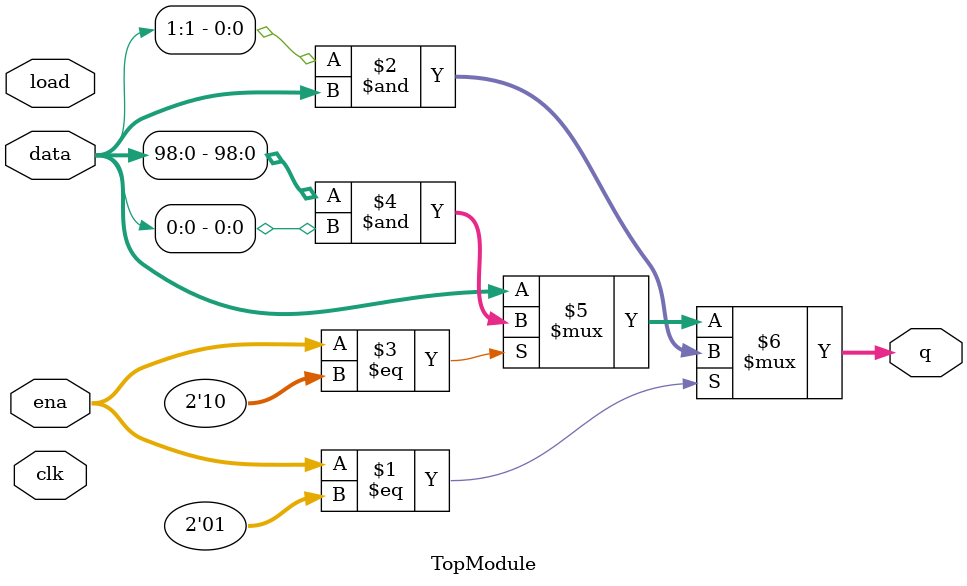
<source format=sv>

module TopModule (
    // Clock, load and enable signals
    input clk,
    input load,
    input [1:0] ena,
    
    // Input data signal
    input [99:0] data,
    
    // Output register contents
    output reg [99:0] q
);

    // Rotate right by one bit if ena = 2'b01
    assign q = (ena == 2'b01) ? data[1:1] & data[99:0] : 
               (ena == 2'b10) ? data[98:0] & data[0:0] : 
               data;

endmodule

// VERILOG-EVAL: abnormal backticks count
// VERILOG-EVAL: errant inclusion of module definition

</source>
